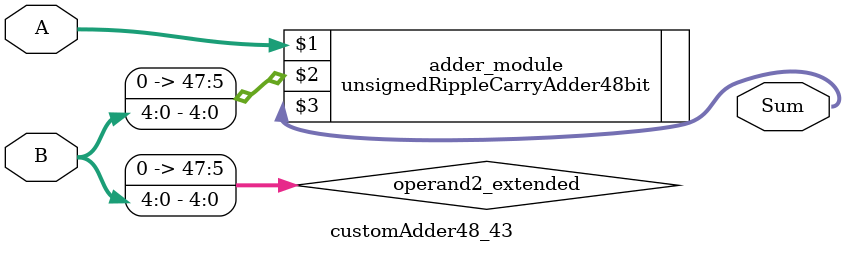
<source format=v>
module customAdder48_43(
                        input [47 : 0] A,
                        input [4 : 0] B,
                        
                        output [48 : 0] Sum
                );

        wire [47 : 0] operand2_extended;
        
        assign operand2_extended =  {43'b0, B};
        
        unsignedRippleCarryAdder48bit adder_module(
            A,
            operand2_extended,
            Sum
        );
        
        endmodule
        
</source>
